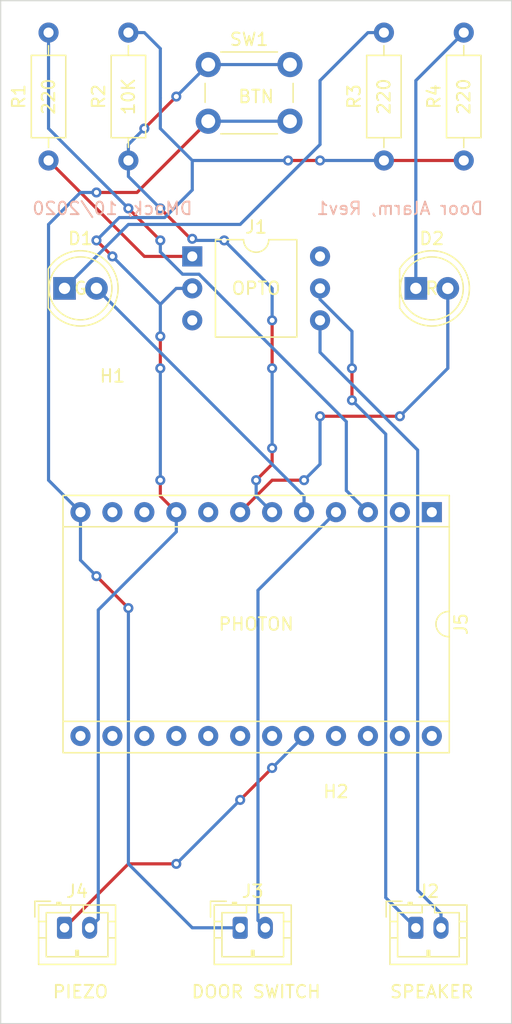
<source format=kicad_pcb>
(kicad_pcb (version 20171130) (host pcbnew "(5.1.6-0-10_14)")

  (general
    (thickness 1.6)
    (drawings 18)
    (tracks 139)
    (zones 0)
    (modules 14)
    (nets 32)
  )

  (page A4)
  (layers
    (0 F.Cu signal)
    (31 B.Cu signal)
    (32 B.Adhes user)
    (33 F.Adhes user)
    (34 B.Paste user)
    (35 F.Paste user)
    (36 B.SilkS user)
    (37 F.SilkS user)
    (38 B.Mask user)
    (39 F.Mask user)
    (40 Dwgs.User user)
    (41 Cmts.User user)
    (42 Eco1.User user)
    (43 Eco2.User user)
    (44 Edge.Cuts user)
    (45 Margin user)
    (46 B.CrtYd user)
    (47 F.CrtYd user)
    (48 B.Fab user)
    (49 F.Fab user)
  )

  (setup
    (last_trace_width 0.25)
    (trace_clearance 0.2)
    (zone_clearance 0.508)
    (zone_45_only no)
    (trace_min 0.2)
    (via_size 0.8)
    (via_drill 0.4)
    (via_min_size 0.4)
    (via_min_drill 0.3)
    (uvia_size 0.3)
    (uvia_drill 0.1)
    (uvias_allowed no)
    (uvia_min_size 0.2)
    (uvia_min_drill 0.1)
    (edge_width 0.05)
    (segment_width 0.2)
    (pcb_text_width 0.3)
    (pcb_text_size 1.5 1.5)
    (mod_edge_width 0.12)
    (mod_text_size 1 1)
    (mod_text_width 0.15)
    (pad_size 1.524 1.524)
    (pad_drill 0.762)
    (pad_to_mask_clearance 0.05)
    (aux_axis_origin 0 0)
    (visible_elements FFFFFF7F)
    (pcbplotparams
      (layerselection 0x010fc_ffffffff)
      (usegerberextensions false)
      (usegerberattributes true)
      (usegerberadvancedattributes true)
      (creategerberjobfile true)
      (excludeedgelayer true)
      (linewidth 0.100000)
      (plotframeref false)
      (viasonmask false)
      (mode 1)
      (useauxorigin false)
      (hpglpennumber 1)
      (hpglpenspeed 20)
      (hpglpendiameter 15.000000)
      (psnegative false)
      (psa4output false)
      (plotreference true)
      (plotvalue true)
      (plotinvisibletext false)
      (padsonsilk false)
      (subtractmaskfromsilk false)
      (outputformat 1)
      (mirror false)
      (drillshape 1)
      (scaleselection 1)
      (outputdirectory ""))
  )

  (net 0 "")
  (net 1 "Net-(D1-Pad2)")
  (net 2 "Net-(D1-Pad1)")
  (net 3 "Net-(D2-Pad2)")
  (net 4 "Net-(D2-Pad1)")
  (net 5 "Net-(J1-Pad6)")
  (net 6 "Net-(J1-Pad3)")
  (net 7 "Net-(J1-Pad5)")
  (net 8 +3V3)
  (net 9 "Net-(J1-Pad4)")
  (net 10 "Net-(J1-Pad1)")
  (net 11 "Net-(J3-Pad2)")
  (net 12 "Net-(J4-Pad1)")
  (net 13 "Net-(J5-Pad24)")
  (net 14 "Net-(J5-Pad23)")
  (net 15 "Net-(J5-Pad11)")
  (net 16 "Net-(J5-Pad22)")
  (net 17 "Net-(J5-Pad10)")
  (net 18 "Net-(J5-Pad21)")
  (net 19 "Net-(J5-Pad8)")
  (net 20 "Net-(J5-Pad19)")
  (net 21 "Net-(J5-Pad18)")
  (net 22 "Net-(J5-Pad17)")
  (net 23 "Net-(J5-Pad16)")
  (net 24 "Net-(J5-Pad15)")
  (net 25 "Net-(J5-Pad3)")
  (net 26 "Net-(J5-Pad14)")
  (net 27 "Net-(J5-Pad2)")
  (net 28 "Net-(J5-Pad13)")
  (net 29 "Net-(J5-Pad1)")
  (net 30 GNDREF)
  (net 31 "Net-(J5-Pad6)")

  (net_class Default "This is the default net class."
    (clearance 0.2)
    (trace_width 0.25)
    (via_dia 0.8)
    (via_drill 0.4)
    (uvia_dia 0.3)
    (uvia_drill 0.1)
    (add_net +3V3)
    (add_net GNDREF)
    (add_net "Net-(D1-Pad1)")
    (add_net "Net-(D1-Pad2)")
    (add_net "Net-(D2-Pad1)")
    (add_net "Net-(D2-Pad2)")
    (add_net "Net-(J1-Pad1)")
    (add_net "Net-(J1-Pad3)")
    (add_net "Net-(J1-Pad4)")
    (add_net "Net-(J1-Pad5)")
    (add_net "Net-(J1-Pad6)")
    (add_net "Net-(J3-Pad2)")
    (add_net "Net-(J4-Pad1)")
    (add_net "Net-(J5-Pad1)")
    (add_net "Net-(J5-Pad10)")
    (add_net "Net-(J5-Pad11)")
    (add_net "Net-(J5-Pad13)")
    (add_net "Net-(J5-Pad14)")
    (add_net "Net-(J5-Pad15)")
    (add_net "Net-(J5-Pad16)")
    (add_net "Net-(J5-Pad17)")
    (add_net "Net-(J5-Pad18)")
    (add_net "Net-(J5-Pad19)")
    (add_net "Net-(J5-Pad2)")
    (add_net "Net-(J5-Pad21)")
    (add_net "Net-(J5-Pad22)")
    (add_net "Net-(J5-Pad23)")
    (add_net "Net-(J5-Pad24)")
    (add_net "Net-(J5-Pad3)")
    (add_net "Net-(J5-Pad6)")
    (add_net "Net-(J5-Pad8)")
  )

  (module MountingHole:MountingHole_2mm (layer F.Cu) (tedit 5B924920) (tstamp 5F842182)
    (at 52.07 90.17)
    (descr "Mounting Hole 2mm, no annular")
    (tags "mounting hole 2mm no annular")
    (path /5F898500)
    (attr virtual)
    (fp_text reference H2 (at 0 -3.2) (layer F.SilkS)
      (effects (font (size 1 1) (thickness 0.15)))
    )
    (fp_text value MountingHole (at 0 3.1) (layer F.Fab)
      (effects (font (size 1 1) (thickness 0.15)))
    )
    (fp_text user %R (at 0.3 0) (layer F.Fab)
      (effects (font (size 1 1) (thickness 0.15)))
    )
    (fp_circle (center 0 0) (end 2 0) (layer Cmts.User) (width 0.15))
    (fp_circle (center 0 0) (end 2.25 0) (layer F.CrtYd) (width 0.05))
    (pad "" np_thru_hole circle (at 0 0) (size 2 2) (drill 2) (layers *.Cu *.Mask))
  )

  (module MountingHole:MountingHole_2mm (layer F.Cu) (tedit 5B924920) (tstamp 5F84217A)
    (at 34.29 57.15)
    (descr "Mounting Hole 2mm, no annular")
    (tags "mounting hole 2mm no annular")
    (path /5F897A40)
    (attr virtual)
    (fp_text reference H1 (at 0 -3.2) (layer F.SilkS)
      (effects (font (size 1 1) (thickness 0.15)))
    )
    (fp_text value MountingHole (at 0 3.1) (layer F.Fab)
      (effects (font (size 1 1) (thickness 0.15)))
    )
    (fp_text user %R (at 0.3 0) (layer F.Fab)
      (effects (font (size 1 1) (thickness 0.15)))
    )
    (fp_circle (center 0 0) (end 2 0) (layer Cmts.User) (width 0.15))
    (fp_circle (center 0 0) (end 2.25 0) (layer F.CrtYd) (width 0.05))
    (pad "" np_thru_hole circle (at 0 0) (size 2 2) (drill 2) (layers *.Cu *.Mask))
  )

  (module Button_Switch_THT:SW_PUSH_6mm (layer F.Cu) (tedit 5A02FE31) (tstamp 5F83F998)
    (at 41.91 29.21)
    (descr https://www.omron.com/ecb/products/pdf/en-b3f.pdf)
    (tags "tact sw push 6mm")
    (path /5F5DFA5D)
    (fp_text reference SW1 (at 3.25 -2) (layer F.SilkS)
      (effects (font (size 1 1) (thickness 0.15)))
    )
    (fp_text value "Push Button" (at 3.75 6.7) (layer F.Fab)
      (effects (font (size 1 1) (thickness 0.15)))
    )
    (fp_circle (center 3.25 2.25) (end 1.25 2.5) (layer F.Fab) (width 0.1))
    (fp_line (start 6.75 3) (end 6.75 1.5) (layer F.SilkS) (width 0.12))
    (fp_line (start 5.5 -1) (end 1 -1) (layer F.SilkS) (width 0.12))
    (fp_line (start -0.25 1.5) (end -0.25 3) (layer F.SilkS) (width 0.12))
    (fp_line (start 1 5.5) (end 5.5 5.5) (layer F.SilkS) (width 0.12))
    (fp_line (start 8 -1.25) (end 8 5.75) (layer F.CrtYd) (width 0.05))
    (fp_line (start 7.75 6) (end -1.25 6) (layer F.CrtYd) (width 0.05))
    (fp_line (start -1.5 5.75) (end -1.5 -1.25) (layer F.CrtYd) (width 0.05))
    (fp_line (start -1.25 -1.5) (end 7.75 -1.5) (layer F.CrtYd) (width 0.05))
    (fp_line (start -1.5 6) (end -1.25 6) (layer F.CrtYd) (width 0.05))
    (fp_line (start -1.5 5.75) (end -1.5 6) (layer F.CrtYd) (width 0.05))
    (fp_line (start -1.5 -1.5) (end -1.25 -1.5) (layer F.CrtYd) (width 0.05))
    (fp_line (start -1.5 -1.25) (end -1.5 -1.5) (layer F.CrtYd) (width 0.05))
    (fp_line (start 8 -1.5) (end 8 -1.25) (layer F.CrtYd) (width 0.05))
    (fp_line (start 7.75 -1.5) (end 8 -1.5) (layer F.CrtYd) (width 0.05))
    (fp_line (start 8 6) (end 8 5.75) (layer F.CrtYd) (width 0.05))
    (fp_line (start 7.75 6) (end 8 6) (layer F.CrtYd) (width 0.05))
    (fp_line (start 0.25 -0.75) (end 3.25 -0.75) (layer F.Fab) (width 0.1))
    (fp_line (start 0.25 5.25) (end 0.25 -0.75) (layer F.Fab) (width 0.1))
    (fp_line (start 6.25 5.25) (end 0.25 5.25) (layer F.Fab) (width 0.1))
    (fp_line (start 6.25 -0.75) (end 6.25 5.25) (layer F.Fab) (width 0.1))
    (fp_line (start 3.25 -0.75) (end 6.25 -0.75) (layer F.Fab) (width 0.1))
    (fp_text user %R (at 3.25 2.25) (layer F.Fab)
      (effects (font (size 1 1) (thickness 0.15)))
    )
    (pad 1 thru_hole circle (at 6.5 0 90) (size 2 2) (drill 1.1) (layers *.Cu *.Mask)
      (net 31 "Net-(J5-Pad6)"))
    (pad 2 thru_hole circle (at 6.5 4.5 90) (size 2 2) (drill 1.1) (layers *.Cu *.Mask)
      (net 8 +3V3))
    (pad 1 thru_hole circle (at 0 0 90) (size 2 2) (drill 1.1) (layers *.Cu *.Mask)
      (net 31 "Net-(J5-Pad6)"))
    (pad 2 thru_hole circle (at 0 4.5 90) (size 2 2) (drill 1.1) (layers *.Cu *.Mask)
      (net 8 +3V3))
    (model ${KISYS3DMOD}/Button_Switch_THT.3dshapes/SW_PUSH_6mm.wrl
      (at (xyz 0 0 0))
      (scale (xyz 1 1 1))
      (rotate (xyz 0 0 0))
    )
  )

  (module Resistor_THT:R_Axial_DIN0207_L6.3mm_D2.5mm_P10.16mm_Horizontal (layer F.Cu) (tedit 5AE5139B) (tstamp 5F83F979)
    (at 62.23 36.83 90)
    (descr "Resistor, Axial_DIN0207 series, Axial, Horizontal, pin pitch=10.16mm, 0.25W = 1/4W, length*diameter=6.3*2.5mm^2, http://cdn-reichelt.de/documents/datenblatt/B400/1_4W%23YAG.pdf")
    (tags "Resistor Axial_DIN0207 series Axial Horizontal pin pitch 10.16mm 0.25W = 1/4W length 6.3mm diameter 2.5mm")
    (path /5F5E01C3)
    (fp_text reference R4 (at 5.08 -2.37 90) (layer F.SilkS)
      (effects (font (size 1 1) (thickness 0.15)))
    )
    (fp_text value 220 (at 5.08 2.37 90) (layer F.Fab)
      (effects (font (size 1 1) (thickness 0.15)))
    )
    (fp_line (start 11.21 -1.5) (end -1.05 -1.5) (layer F.CrtYd) (width 0.05))
    (fp_line (start 11.21 1.5) (end 11.21 -1.5) (layer F.CrtYd) (width 0.05))
    (fp_line (start -1.05 1.5) (end 11.21 1.5) (layer F.CrtYd) (width 0.05))
    (fp_line (start -1.05 -1.5) (end -1.05 1.5) (layer F.CrtYd) (width 0.05))
    (fp_line (start 9.12 0) (end 8.35 0) (layer F.SilkS) (width 0.12))
    (fp_line (start 1.04 0) (end 1.81 0) (layer F.SilkS) (width 0.12))
    (fp_line (start 8.35 -1.37) (end 1.81 -1.37) (layer F.SilkS) (width 0.12))
    (fp_line (start 8.35 1.37) (end 8.35 -1.37) (layer F.SilkS) (width 0.12))
    (fp_line (start 1.81 1.37) (end 8.35 1.37) (layer F.SilkS) (width 0.12))
    (fp_line (start 1.81 -1.37) (end 1.81 1.37) (layer F.SilkS) (width 0.12))
    (fp_line (start 10.16 0) (end 8.23 0) (layer F.Fab) (width 0.1))
    (fp_line (start 0 0) (end 1.93 0) (layer F.Fab) (width 0.1))
    (fp_line (start 8.23 -1.25) (end 1.93 -1.25) (layer F.Fab) (width 0.1))
    (fp_line (start 8.23 1.25) (end 8.23 -1.25) (layer F.Fab) (width 0.1))
    (fp_line (start 1.93 1.25) (end 8.23 1.25) (layer F.Fab) (width 0.1))
    (fp_line (start 1.93 -1.25) (end 1.93 1.25) (layer F.Fab) (width 0.1))
    (fp_text user %R (at 5.08 0 90) (layer F.Fab)
      (effects (font (size 1 1) (thickness 0.15)))
    )
    (pad 2 thru_hole oval (at 10.16 0 90) (size 1.6 1.6) (drill 0.8) (layers *.Cu *.Mask)
      (net 4 "Net-(D2-Pad1)"))
    (pad 1 thru_hole circle (at 0 0 90) (size 1.6 1.6) (drill 0.8) (layers *.Cu *.Mask)
      (net 30 GNDREF))
    (model ${KISYS3DMOD}/Resistor_THT.3dshapes/R_Axial_DIN0207_L6.3mm_D2.5mm_P10.16mm_Horizontal.wrl
      (at (xyz 0 0 0))
      (scale (xyz 1 1 1))
      (rotate (xyz 0 0 0))
    )
  )

  (module Resistor_THT:R_Axial_DIN0207_L6.3mm_D2.5mm_P10.16mm_Horizontal (layer F.Cu) (tedit 5AE5139B) (tstamp 5F83F962)
    (at 55.88 36.83 90)
    (descr "Resistor, Axial_DIN0207 series, Axial, Horizontal, pin pitch=10.16mm, 0.25W = 1/4W, length*diameter=6.3*2.5mm^2, http://cdn-reichelt.de/documents/datenblatt/B400/1_4W%23YAG.pdf")
    (tags "Resistor Axial_DIN0207 series Axial Horizontal pin pitch 10.16mm 0.25W = 1/4W length 6.3mm diameter 2.5mm")
    (path /5F5E07FE)
    (fp_text reference R3 (at 5.08 -2.37 90) (layer F.SilkS)
      (effects (font (size 1 1) (thickness 0.15)))
    )
    (fp_text value 220 (at 5.08 2.37 90) (layer F.Fab)
      (effects (font (size 1 1) (thickness 0.15)))
    )
    (fp_line (start 11.21 -1.5) (end -1.05 -1.5) (layer F.CrtYd) (width 0.05))
    (fp_line (start 11.21 1.5) (end 11.21 -1.5) (layer F.CrtYd) (width 0.05))
    (fp_line (start -1.05 1.5) (end 11.21 1.5) (layer F.CrtYd) (width 0.05))
    (fp_line (start -1.05 -1.5) (end -1.05 1.5) (layer F.CrtYd) (width 0.05))
    (fp_line (start 9.12 0) (end 8.35 0) (layer F.SilkS) (width 0.12))
    (fp_line (start 1.04 0) (end 1.81 0) (layer F.SilkS) (width 0.12))
    (fp_line (start 8.35 -1.37) (end 1.81 -1.37) (layer F.SilkS) (width 0.12))
    (fp_line (start 8.35 1.37) (end 8.35 -1.37) (layer F.SilkS) (width 0.12))
    (fp_line (start 1.81 1.37) (end 8.35 1.37) (layer F.SilkS) (width 0.12))
    (fp_line (start 1.81 -1.37) (end 1.81 1.37) (layer F.SilkS) (width 0.12))
    (fp_line (start 10.16 0) (end 8.23 0) (layer F.Fab) (width 0.1))
    (fp_line (start 0 0) (end 1.93 0) (layer F.Fab) (width 0.1))
    (fp_line (start 8.23 -1.25) (end 1.93 -1.25) (layer F.Fab) (width 0.1))
    (fp_line (start 8.23 1.25) (end 8.23 -1.25) (layer F.Fab) (width 0.1))
    (fp_line (start 1.93 1.25) (end 8.23 1.25) (layer F.Fab) (width 0.1))
    (fp_line (start 1.93 -1.25) (end 1.93 1.25) (layer F.Fab) (width 0.1))
    (fp_text user %R (at 5.08 0 90) (layer F.Fab)
      (effects (font (size 1 1) (thickness 0.15)))
    )
    (pad 2 thru_hole oval (at 10.16 0 90) (size 1.6 1.6) (drill 0.8) (layers *.Cu *.Mask)
      (net 2 "Net-(D1-Pad1)"))
    (pad 1 thru_hole circle (at 0 0 90) (size 1.6 1.6) (drill 0.8) (layers *.Cu *.Mask)
      (net 30 GNDREF))
    (model ${KISYS3DMOD}/Resistor_THT.3dshapes/R_Axial_DIN0207_L6.3mm_D2.5mm_P10.16mm_Horizontal.wrl
      (at (xyz 0 0 0))
      (scale (xyz 1 1 1))
      (rotate (xyz 0 0 0))
    )
  )

  (module Resistor_THT:R_Axial_DIN0207_L6.3mm_D2.5mm_P10.16mm_Horizontal (layer F.Cu) (tedit 5AE5139B) (tstamp 5F83F94B)
    (at 35.56 36.83 90)
    (descr "Resistor, Axial_DIN0207 series, Axial, Horizontal, pin pitch=10.16mm, 0.25W = 1/4W, length*diameter=6.3*2.5mm^2, http://cdn-reichelt.de/documents/datenblatt/B400/1_4W%23YAG.pdf")
    (tags "Resistor Axial_DIN0207 series Axial Horizontal pin pitch 10.16mm 0.25W = 1/4W length 6.3mm diameter 2.5mm")
    (path /5F5E0DCB)
    (fp_text reference R2 (at 5.08 -2.37 90) (layer F.SilkS)
      (effects (font (size 1 1) (thickness 0.15)))
    )
    (fp_text value 10K (at 5.08 2.37 90) (layer F.Fab)
      (effects (font (size 1 1) (thickness 0.15)))
    )
    (fp_line (start 11.21 -1.5) (end -1.05 -1.5) (layer F.CrtYd) (width 0.05))
    (fp_line (start 11.21 1.5) (end 11.21 -1.5) (layer F.CrtYd) (width 0.05))
    (fp_line (start -1.05 1.5) (end 11.21 1.5) (layer F.CrtYd) (width 0.05))
    (fp_line (start -1.05 -1.5) (end -1.05 1.5) (layer F.CrtYd) (width 0.05))
    (fp_line (start 9.12 0) (end 8.35 0) (layer F.SilkS) (width 0.12))
    (fp_line (start 1.04 0) (end 1.81 0) (layer F.SilkS) (width 0.12))
    (fp_line (start 8.35 -1.37) (end 1.81 -1.37) (layer F.SilkS) (width 0.12))
    (fp_line (start 8.35 1.37) (end 8.35 -1.37) (layer F.SilkS) (width 0.12))
    (fp_line (start 1.81 1.37) (end 8.35 1.37) (layer F.SilkS) (width 0.12))
    (fp_line (start 1.81 -1.37) (end 1.81 1.37) (layer F.SilkS) (width 0.12))
    (fp_line (start 10.16 0) (end 8.23 0) (layer F.Fab) (width 0.1))
    (fp_line (start 0 0) (end 1.93 0) (layer F.Fab) (width 0.1))
    (fp_line (start 8.23 -1.25) (end 1.93 -1.25) (layer F.Fab) (width 0.1))
    (fp_line (start 8.23 1.25) (end 8.23 -1.25) (layer F.Fab) (width 0.1))
    (fp_line (start 1.93 1.25) (end 8.23 1.25) (layer F.Fab) (width 0.1))
    (fp_line (start 1.93 -1.25) (end 1.93 1.25) (layer F.Fab) (width 0.1))
    (fp_text user %R (at 5.08 0 90) (layer F.Fab)
      (effects (font (size 1 1) (thickness 0.15)))
    )
    (pad 2 thru_hole oval (at 10.16 0 90) (size 1.6 1.6) (drill 0.8) (layers *.Cu *.Mask)
      (net 30 GNDREF))
    (pad 1 thru_hole circle (at 0 0 90) (size 1.6 1.6) (drill 0.8) (layers *.Cu *.Mask)
      (net 31 "Net-(J5-Pad6)"))
    (model ${KISYS3DMOD}/Resistor_THT.3dshapes/R_Axial_DIN0207_L6.3mm_D2.5mm_P10.16mm_Horizontal.wrl
      (at (xyz 0 0 0))
      (scale (xyz 1 1 1))
      (rotate (xyz 0 0 0))
    )
  )

  (module Resistor_THT:R_Axial_DIN0207_L6.3mm_D2.5mm_P10.16mm_Horizontal (layer F.Cu) (tedit 5AE5139B) (tstamp 5F83F934)
    (at 29.21 36.83 90)
    (descr "Resistor, Axial_DIN0207 series, Axial, Horizontal, pin pitch=10.16mm, 0.25W = 1/4W, length*diameter=6.3*2.5mm^2, http://cdn-reichelt.de/documents/datenblatt/B400/1_4W%23YAG.pdf")
    (tags "Resistor Axial_DIN0207 series Axial Horizontal pin pitch 10.16mm 0.25W = 1/4W length 6.3mm diameter 2.5mm")
    (path /5F5E0231)
    (fp_text reference R1 (at 5.08 -2.37 90) (layer F.SilkS)
      (effects (font (size 1 1) (thickness 0.15)))
    )
    (fp_text value 220 (at 5.08 2.37 90) (layer F.Fab)
      (effects (font (size 1 1) (thickness 0.15)))
    )
    (fp_line (start 11.21 -1.5) (end -1.05 -1.5) (layer F.CrtYd) (width 0.05))
    (fp_line (start 11.21 1.5) (end 11.21 -1.5) (layer F.CrtYd) (width 0.05))
    (fp_line (start -1.05 1.5) (end 11.21 1.5) (layer F.CrtYd) (width 0.05))
    (fp_line (start -1.05 -1.5) (end -1.05 1.5) (layer F.CrtYd) (width 0.05))
    (fp_line (start 9.12 0) (end 8.35 0) (layer F.SilkS) (width 0.12))
    (fp_line (start 1.04 0) (end 1.81 0) (layer F.SilkS) (width 0.12))
    (fp_line (start 8.35 -1.37) (end 1.81 -1.37) (layer F.SilkS) (width 0.12))
    (fp_line (start 8.35 1.37) (end 8.35 -1.37) (layer F.SilkS) (width 0.12))
    (fp_line (start 1.81 1.37) (end 8.35 1.37) (layer F.SilkS) (width 0.12))
    (fp_line (start 1.81 -1.37) (end 1.81 1.37) (layer F.SilkS) (width 0.12))
    (fp_line (start 10.16 0) (end 8.23 0) (layer F.Fab) (width 0.1))
    (fp_line (start 0 0) (end 1.93 0) (layer F.Fab) (width 0.1))
    (fp_line (start 8.23 -1.25) (end 1.93 -1.25) (layer F.Fab) (width 0.1))
    (fp_line (start 8.23 1.25) (end 8.23 -1.25) (layer F.Fab) (width 0.1))
    (fp_line (start 1.93 1.25) (end 8.23 1.25) (layer F.Fab) (width 0.1))
    (fp_line (start 1.93 -1.25) (end 1.93 1.25) (layer F.Fab) (width 0.1))
    (fp_text user %R (at 5.08 0 90) (layer F.Fab)
      (effects (font (size 1 1) (thickness 0.15)))
    )
    (pad 2 thru_hole oval (at 10.16 0 90) (size 1.6 1.6) (drill 0.8) (layers *.Cu *.Mask)
      (net 25 "Net-(J5-Pad3)"))
    (pad 1 thru_hole circle (at 0 0 90) (size 1.6 1.6) (drill 0.8) (layers *.Cu *.Mask)
      (net 10 "Net-(J1-Pad1)"))
    (model ${KISYS3DMOD}/Resistor_THT.3dshapes/R_Axial_DIN0207_L6.3mm_D2.5mm_P10.16mm_Horizontal.wrl
      (at (xyz 0 0 0))
      (scale (xyz 1 1 1))
      (rotate (xyz 0 0 0))
    )
  )

  (module DMack_Custom_Footprints_Library:DIP-24_W17.78mm_Socket_New (layer F.Cu) (tedit 5F5DD48F) (tstamp 5F83F91D)
    (at 59.69 64.77 270)
    (descr "24-lead though-hole mounted DIP package, row spacing 17.78 mm, Socket")
    (tags "THT DIP DIL PDIP 2.54mm 17.78mmSocket")
    (path /5F68321B)
    (fp_text reference J5 (at 8.89 -2.33 90) (layer F.SilkS)
      (effects (font (size 1 1) (thickness 0.15)))
    )
    (fp_text value "Photon Socket" (at -2.54 13.97 180) (layer F.Fab)
      (effects (font (size 1 1) (thickness 0.15)))
    )
    (fp_line (start 17.525 -1.27) (end 17.525 29.21) (layer F.Fab) (width 0.1))
    (fp_line (start 0.255 29.21) (end 0.255 -0.27) (layer F.Fab) (width 0.1))
    (fp_line (start 0.255 -0.27) (end 1.255 -1.27) (layer F.Fab) (width 0.1))
    (fp_line (start -1.27 -1.33) (end -1.27 29.27) (layer F.Fab) (width 0.1))
    (fp_line (start -1.27 29.27) (end 19.05 29.27) (layer F.Fab) (width 0.1))
    (fp_line (start 19.05 29.27) (end 19.05 -1.33) (layer F.Fab) (width 0.1))
    (fp_line (start 19.05 -1.33) (end -1.27 -1.33) (layer F.Fab) (width 0.1))
    (fp_line (start 1.16 -1.33) (end 1.16 29.27) (layer F.SilkS) (width 0.12))
    (fp_line (start 16.62 29.27) (end 16.62 -1.33) (layer F.SilkS) (width 0.12))
    (fp_line (start -1.33 -1.39) (end -1.33 29.33) (layer F.SilkS) (width 0.12))
    (fp_line (start -1.33 29.33) (end 19.05 29.33) (layer F.SilkS) (width 0.12))
    (fp_line (start 19.11 29.33) (end 19.11 -1.39) (layer F.SilkS) (width 0.12))
    (fp_line (start 19.11 -1.39) (end -1.33 -1.39) (layer F.SilkS) (width 0.12))
    (fp_line (start -1.55 -1.6) (end -1.55 29.55) (layer F.CrtYd) (width 0.05))
    (fp_line (start -1.55 29.55) (end 19.25 29.55) (layer F.CrtYd) (width 0.05))
    (fp_line (start 19.25 29.55) (end 19.25 -1.6) (layer F.CrtYd) (width 0.05))
    (fp_line (start 19.25 -1.6) (end -1.55 -1.6) (layer F.CrtYd) (width 0.05))
    (fp_text user %R (at 10.16 13.97 90) (layer F.Fab)
      (effects (font (size 1 1) (thickness 0.15)))
    )
    (fp_arc (start 8.89 -1.33) (end 7.89 -1.33) (angle -180) (layer F.SilkS) (width 0.12))
    (pad 24 thru_hole oval (at 17.78 0 270) (size 1.6 1.6) (drill 0.8) (layers *.Cu *.Mask)
      (net 13 "Net-(J5-Pad24)"))
    (pad 12 thru_hole oval (at 0 27.94 270) (size 1.6 1.6) (drill 0.8) (layers *.Cu *.Mask)
      (net 8 +3V3))
    (pad 23 thru_hole oval (at 17.78 2.54 270) (size 1.6 1.6) (drill 0.8) (layers *.Cu *.Mask)
      (net 14 "Net-(J5-Pad23)"))
    (pad 11 thru_hole oval (at 0 25.4 270) (size 1.6 1.6) (drill 0.8) (layers *.Cu *.Mask)
      (net 15 "Net-(J5-Pad11)"))
    (pad 22 thru_hole oval (at 17.78 5.08 270) (size 1.6 1.6) (drill 0.8) (layers *.Cu *.Mask)
      (net 16 "Net-(J5-Pad22)"))
    (pad 10 thru_hole oval (at 0 22.86 270) (size 1.6 1.6) (drill 0.8) (layers *.Cu *.Mask)
      (net 17 "Net-(J5-Pad10)"))
    (pad 21 thru_hole oval (at 17.78 7.62 270) (size 1.6 1.6) (drill 0.8) (layers *.Cu *.Mask)
      (net 18 "Net-(J5-Pad21)"))
    (pad 9 thru_hole oval (at 0 20.32 270) (size 1.6 1.6) (drill 0.8) (layers *.Cu *.Mask)
      (net 30 GNDREF))
    (pad 20 thru_hole oval (at 17.78 10.16 270) (size 1.6 1.6) (drill 0.8) (layers *.Cu *.Mask)
      (net 12 "Net-(J4-Pad1)"))
    (pad 8 thru_hole oval (at 0 17.78 270) (size 1.6 1.6) (drill 0.8) (layers *.Cu *.Mask)
      (net 19 "Net-(J5-Pad8)"))
    (pad 19 thru_hole oval (at 17.78 12.7 270) (size 1.6 1.6) (drill 0.8) (layers *.Cu *.Mask)
      (net 20 "Net-(J5-Pad19)"))
    (pad 7 thru_hole oval (at 0 15.24 270) (size 1.6 1.6) (drill 0.8) (layers *.Cu *.Mask)
      (net 3 "Net-(D2-Pad2)"))
    (pad 18 thru_hole oval (at 17.78 15.24 270) (size 1.6 1.6) (drill 0.8) (layers *.Cu *.Mask)
      (net 21 "Net-(J5-Pad18)"))
    (pad 6 thru_hole oval (at 0 12.7 270) (size 1.6 1.6) (drill 0.8) (layers *.Cu *.Mask)
      (net 31 "Net-(J5-Pad6)"))
    (pad 17 thru_hole oval (at 17.78 17.78 270) (size 1.6 1.6) (drill 0.8) (layers *.Cu *.Mask)
      (net 22 "Net-(J5-Pad17)"))
    (pad 5 thru_hole oval (at 0 10.16 270) (size 1.6 1.6) (drill 0.8) (layers *.Cu *.Mask)
      (net 1 "Net-(D1-Pad2)"))
    (pad 16 thru_hole oval (at 17.78 20.32 270) (size 1.6 1.6) (drill 0.8) (layers *.Cu *.Mask)
      (net 23 "Net-(J5-Pad16)"))
    (pad 4 thru_hole oval (at 0 7.62 270) (size 1.6 1.6) (drill 0.8) (layers *.Cu *.Mask)
      (net 11 "Net-(J3-Pad2)"))
    (pad 15 thru_hole oval (at 17.78 22.86 270) (size 1.6 1.6) (drill 0.8) (layers *.Cu *.Mask)
      (net 24 "Net-(J5-Pad15)"))
    (pad 3 thru_hole oval (at 0 5.08 270) (size 1.6 1.6) (drill 0.8) (layers *.Cu *.Mask)
      (net 25 "Net-(J5-Pad3)"))
    (pad 14 thru_hole oval (at 17.78 25.4 270) (size 1.6 1.6) (drill 0.8) (layers *.Cu *.Mask)
      (net 26 "Net-(J5-Pad14)"))
    (pad 2 thru_hole oval (at 0 2.54 270) (size 1.6 1.6) (drill 0.8) (layers *.Cu *.Mask)
      (net 27 "Net-(J5-Pad2)"))
    (pad 13 thru_hole oval (at 17.78 27.94 270) (size 1.6 1.6) (drill 0.8) (layers *.Cu *.Mask)
      (net 28 "Net-(J5-Pad13)"))
    (pad 1 thru_hole rect (at 0 0 270) (size 1.6 1.6) (drill 0.8) (layers *.Cu *.Mask)
      (net 29 "Net-(J5-Pad1)"))
    (model ${KISYS3DMOD}/Package_DIP.3dshapes/DIP-24_W15.24mm_Socket.wrl
      (at (xyz 0 0 0))
      (scale (xyz 1 1 1))
      (rotate (xyz 0 0 0))
    )
  )

  (module Connector_JST:JST_PH_B2B-PH-K_1x02_P2.00mm_Vertical locked (layer F.Cu) (tedit 5B7745C2) (tstamp 5F83F8EE)
    (at 30.48 97.79)
    (descr "JST PH series connector, B2B-PH-K (http://www.jst-mfg.com/product/pdf/eng/ePH.pdf), generated with kicad-footprint-generator")
    (tags "connector JST PH side entry")
    (path /5F5ECC28)
    (fp_text reference J4 (at 1 -2.9) (layer F.SilkS)
      (effects (font (size 1 1) (thickness 0.15)))
    )
    (fp_text value "Piezo JST" (at 1 4) (layer F.Fab)
      (effects (font (size 1 1) (thickness 0.15)))
    )
    (fp_line (start 4.45 -2.2) (end -2.45 -2.2) (layer F.CrtYd) (width 0.05))
    (fp_line (start 4.45 3.3) (end 4.45 -2.2) (layer F.CrtYd) (width 0.05))
    (fp_line (start -2.45 3.3) (end 4.45 3.3) (layer F.CrtYd) (width 0.05))
    (fp_line (start -2.45 -2.2) (end -2.45 3.3) (layer F.CrtYd) (width 0.05))
    (fp_line (start 3.95 -1.7) (end -1.95 -1.7) (layer F.Fab) (width 0.1))
    (fp_line (start 3.95 2.8) (end 3.95 -1.7) (layer F.Fab) (width 0.1))
    (fp_line (start -1.95 2.8) (end 3.95 2.8) (layer F.Fab) (width 0.1))
    (fp_line (start -1.95 -1.7) (end -1.95 2.8) (layer F.Fab) (width 0.1))
    (fp_line (start -2.36 -2.11) (end -2.36 -0.86) (layer F.Fab) (width 0.1))
    (fp_line (start -1.11 -2.11) (end -2.36 -2.11) (layer F.Fab) (width 0.1))
    (fp_line (start -2.36 -2.11) (end -2.36 -0.86) (layer F.SilkS) (width 0.12))
    (fp_line (start -1.11 -2.11) (end -2.36 -2.11) (layer F.SilkS) (width 0.12))
    (fp_line (start 1 2.3) (end 1 1.8) (layer F.SilkS) (width 0.12))
    (fp_line (start 1.1 1.8) (end 1.1 2.3) (layer F.SilkS) (width 0.12))
    (fp_line (start 0.9 1.8) (end 1.1 1.8) (layer F.SilkS) (width 0.12))
    (fp_line (start 0.9 2.3) (end 0.9 1.8) (layer F.SilkS) (width 0.12))
    (fp_line (start 4.06 0.8) (end 3.45 0.8) (layer F.SilkS) (width 0.12))
    (fp_line (start 4.06 -0.5) (end 3.45 -0.5) (layer F.SilkS) (width 0.12))
    (fp_line (start -2.06 0.8) (end -1.45 0.8) (layer F.SilkS) (width 0.12))
    (fp_line (start -2.06 -0.5) (end -1.45 -0.5) (layer F.SilkS) (width 0.12))
    (fp_line (start 1.5 -1.2) (end 1.5 -1.81) (layer F.SilkS) (width 0.12))
    (fp_line (start 3.45 -1.2) (end 1.5 -1.2) (layer F.SilkS) (width 0.12))
    (fp_line (start 3.45 2.3) (end 3.45 -1.2) (layer F.SilkS) (width 0.12))
    (fp_line (start -1.45 2.3) (end 3.45 2.3) (layer F.SilkS) (width 0.12))
    (fp_line (start -1.45 -1.2) (end -1.45 2.3) (layer F.SilkS) (width 0.12))
    (fp_line (start 0.5 -1.2) (end -1.45 -1.2) (layer F.SilkS) (width 0.12))
    (fp_line (start 0.5 -1.81) (end 0.5 -1.2) (layer F.SilkS) (width 0.12))
    (fp_line (start -0.3 -1.91) (end -0.6 -1.91) (layer F.SilkS) (width 0.12))
    (fp_line (start -0.6 -2.01) (end -0.6 -1.81) (layer F.SilkS) (width 0.12))
    (fp_line (start -0.3 -2.01) (end -0.6 -2.01) (layer F.SilkS) (width 0.12))
    (fp_line (start -0.3 -1.81) (end -0.3 -2.01) (layer F.SilkS) (width 0.12))
    (fp_line (start 4.06 -1.81) (end -2.06 -1.81) (layer F.SilkS) (width 0.12))
    (fp_line (start 4.06 2.91) (end 4.06 -1.81) (layer F.SilkS) (width 0.12))
    (fp_line (start -2.06 2.91) (end 4.06 2.91) (layer F.SilkS) (width 0.12))
    (fp_line (start -2.06 -1.81) (end -2.06 2.91) (layer F.SilkS) (width 0.12))
    (fp_text user %R (at 1 1.5) (layer F.Fab)
      (effects (font (size 1 1) (thickness 0.15)))
    )
    (pad 2 thru_hole oval (at 2 0) (size 1.2 1.75) (drill 0.75) (layers *.Cu *.Mask)
      (net 30 GNDREF))
    (pad 1 thru_hole roundrect (at 0 0) (size 1.2 1.75) (drill 0.75) (layers *.Cu *.Mask) (roundrect_rratio 0.208333)
      (net 12 "Net-(J4-Pad1)"))
    (model ${KISYS3DMOD}/Connector_JST.3dshapes/JST_PH_B2B-PH-K_1x02_P2.00mm_Vertical.wrl
      (at (xyz 0 0 0))
      (scale (xyz 1 1 1))
      (rotate (xyz 0 0 0))
    )
  )

  (module Connector_JST:JST_PH_B2B-PH-K_1x02_P2.00mm_Vertical (layer F.Cu) (tedit 5B7745C2) (tstamp 5F83F8C4)
    (at 44.45 97.79)
    (descr "JST PH series connector, B2B-PH-K (http://www.jst-mfg.com/product/pdf/eng/ePH.pdf), generated with kicad-footprint-generator")
    (tags "connector JST PH side entry")
    (path /5F5ED6A1)
    (fp_text reference J3 (at 1 -2.9) (layer F.SilkS)
      (effects (font (size 1 1) (thickness 0.15)))
    )
    (fp_text value "Door Switch JST" (at 1 4) (layer F.Fab)
      (effects (font (size 1 1) (thickness 0.15)))
    )
    (fp_line (start 4.45 -2.2) (end -2.45 -2.2) (layer F.CrtYd) (width 0.05))
    (fp_line (start 4.45 3.3) (end 4.45 -2.2) (layer F.CrtYd) (width 0.05))
    (fp_line (start -2.45 3.3) (end 4.45 3.3) (layer F.CrtYd) (width 0.05))
    (fp_line (start -2.45 -2.2) (end -2.45 3.3) (layer F.CrtYd) (width 0.05))
    (fp_line (start 3.95 -1.7) (end -1.95 -1.7) (layer F.Fab) (width 0.1))
    (fp_line (start 3.95 2.8) (end 3.95 -1.7) (layer F.Fab) (width 0.1))
    (fp_line (start -1.95 2.8) (end 3.95 2.8) (layer F.Fab) (width 0.1))
    (fp_line (start -1.95 -1.7) (end -1.95 2.8) (layer F.Fab) (width 0.1))
    (fp_line (start -2.36 -2.11) (end -2.36 -0.86) (layer F.Fab) (width 0.1))
    (fp_line (start -1.11 -2.11) (end -2.36 -2.11) (layer F.Fab) (width 0.1))
    (fp_line (start -2.36 -2.11) (end -2.36 -0.86) (layer F.SilkS) (width 0.12))
    (fp_line (start -1.11 -2.11) (end -2.36 -2.11) (layer F.SilkS) (width 0.12))
    (fp_line (start 1 2.3) (end 1 1.8) (layer F.SilkS) (width 0.12))
    (fp_line (start 1.1 1.8) (end 1.1 2.3) (layer F.SilkS) (width 0.12))
    (fp_line (start 0.9 1.8) (end 1.1 1.8) (layer F.SilkS) (width 0.12))
    (fp_line (start 0.9 2.3) (end 0.9 1.8) (layer F.SilkS) (width 0.12))
    (fp_line (start 4.06 0.8) (end 3.45 0.8) (layer F.SilkS) (width 0.12))
    (fp_line (start 4.06 -0.5) (end 3.45 -0.5) (layer F.SilkS) (width 0.12))
    (fp_line (start -2.06 0.8) (end -1.45 0.8) (layer F.SilkS) (width 0.12))
    (fp_line (start -2.06 -0.5) (end -1.45 -0.5) (layer F.SilkS) (width 0.12))
    (fp_line (start 1.5 -1.2) (end 1.5 -1.81) (layer F.SilkS) (width 0.12))
    (fp_line (start 3.45 -1.2) (end 1.5 -1.2) (layer F.SilkS) (width 0.12))
    (fp_line (start 3.45 2.3) (end 3.45 -1.2) (layer F.SilkS) (width 0.12))
    (fp_line (start -1.45 2.3) (end 3.45 2.3) (layer F.SilkS) (width 0.12))
    (fp_line (start -1.45 -1.2) (end -1.45 2.3) (layer F.SilkS) (width 0.12))
    (fp_line (start 0.5 -1.2) (end -1.45 -1.2) (layer F.SilkS) (width 0.12))
    (fp_line (start 0.5 -1.81) (end 0.5 -1.2) (layer F.SilkS) (width 0.12))
    (fp_line (start -0.3 -1.91) (end -0.6 -1.91) (layer F.SilkS) (width 0.12))
    (fp_line (start -0.6 -2.01) (end -0.6 -1.81) (layer F.SilkS) (width 0.12))
    (fp_line (start -0.3 -2.01) (end -0.6 -2.01) (layer F.SilkS) (width 0.12))
    (fp_line (start -0.3 -1.81) (end -0.3 -2.01) (layer F.SilkS) (width 0.12))
    (fp_line (start 4.06 -1.81) (end -2.06 -1.81) (layer F.SilkS) (width 0.12))
    (fp_line (start 4.06 2.91) (end 4.06 -1.81) (layer F.SilkS) (width 0.12))
    (fp_line (start -2.06 2.91) (end 4.06 2.91) (layer F.SilkS) (width 0.12))
    (fp_line (start -2.06 -1.81) (end -2.06 2.91) (layer F.SilkS) (width 0.12))
    (fp_text user %R (at 1 1.5) (layer F.Fab)
      (effects (font (size 1 1) (thickness 0.15)))
    )
    (pad 2 thru_hole oval (at 2 0) (size 1.2 1.75) (drill 0.75) (layers *.Cu *.Mask)
      (net 11 "Net-(J3-Pad2)"))
    (pad 1 thru_hole roundrect (at 0 0) (size 1.2 1.75) (drill 0.75) (layers *.Cu *.Mask) (roundrect_rratio 0.208333)
      (net 8 +3V3))
    (model ${KISYS3DMOD}/Connector_JST.3dshapes/JST_PH_B2B-PH-K_1x02_P2.00mm_Vertical.wrl
      (at (xyz 0 0 0))
      (scale (xyz 1 1 1))
      (rotate (xyz 0 0 0))
    )
  )

  (module Connector_JST:JST_PH_B2B-PH-K_1x02_P2.00mm_Vertical (layer F.Cu) (tedit 5B7745C2) (tstamp 5F83F89A)
    (at 58.42 97.79)
    (descr "JST PH series connector, B2B-PH-K (http://www.jst-mfg.com/product/pdf/eng/ePH.pdf), generated with kicad-footprint-generator")
    (tags "connector JST PH side entry")
    (path /5F5EC59F)
    (fp_text reference J2 (at 1 -2.9) (layer F.SilkS)
      (effects (font (size 1 1) (thickness 0.15)))
    )
    (fp_text value "Speaker JST" (at 1 4) (layer F.Fab)
      (effects (font (size 1 1) (thickness 0.15)))
    )
    (fp_line (start 4.45 -2.2) (end -2.45 -2.2) (layer F.CrtYd) (width 0.05))
    (fp_line (start 4.45 3.3) (end 4.45 -2.2) (layer F.CrtYd) (width 0.05))
    (fp_line (start -2.45 3.3) (end 4.45 3.3) (layer F.CrtYd) (width 0.05))
    (fp_line (start -2.45 -2.2) (end -2.45 3.3) (layer F.CrtYd) (width 0.05))
    (fp_line (start 3.95 -1.7) (end -1.95 -1.7) (layer F.Fab) (width 0.1))
    (fp_line (start 3.95 2.8) (end 3.95 -1.7) (layer F.Fab) (width 0.1))
    (fp_line (start -1.95 2.8) (end 3.95 2.8) (layer F.Fab) (width 0.1))
    (fp_line (start -1.95 -1.7) (end -1.95 2.8) (layer F.Fab) (width 0.1))
    (fp_line (start -2.36 -2.11) (end -2.36 -0.86) (layer F.Fab) (width 0.1))
    (fp_line (start -1.11 -2.11) (end -2.36 -2.11) (layer F.Fab) (width 0.1))
    (fp_line (start -2.36 -2.11) (end -2.36 -0.86) (layer F.SilkS) (width 0.12))
    (fp_line (start -1.11 -2.11) (end -2.36 -2.11) (layer F.SilkS) (width 0.12))
    (fp_line (start 1 2.3) (end 1 1.8) (layer F.SilkS) (width 0.12))
    (fp_line (start 1.1 1.8) (end 1.1 2.3) (layer F.SilkS) (width 0.12))
    (fp_line (start 0.9 1.8) (end 1.1 1.8) (layer F.SilkS) (width 0.12))
    (fp_line (start 0.9 2.3) (end 0.9 1.8) (layer F.SilkS) (width 0.12))
    (fp_line (start 4.06 0.8) (end 3.45 0.8) (layer F.SilkS) (width 0.12))
    (fp_line (start 4.06 -0.5) (end 3.45 -0.5) (layer F.SilkS) (width 0.12))
    (fp_line (start -2.06 0.8) (end -1.45 0.8) (layer F.SilkS) (width 0.12))
    (fp_line (start -2.06 -0.5) (end -1.45 -0.5) (layer F.SilkS) (width 0.12))
    (fp_line (start 1.5 -1.2) (end 1.5 -1.81) (layer F.SilkS) (width 0.12))
    (fp_line (start 3.45 -1.2) (end 1.5 -1.2) (layer F.SilkS) (width 0.12))
    (fp_line (start 3.45 2.3) (end 3.45 -1.2) (layer F.SilkS) (width 0.12))
    (fp_line (start -1.45 2.3) (end 3.45 2.3) (layer F.SilkS) (width 0.12))
    (fp_line (start -1.45 -1.2) (end -1.45 2.3) (layer F.SilkS) (width 0.12))
    (fp_line (start 0.5 -1.2) (end -1.45 -1.2) (layer F.SilkS) (width 0.12))
    (fp_line (start 0.5 -1.81) (end 0.5 -1.2) (layer F.SilkS) (width 0.12))
    (fp_line (start -0.3 -1.91) (end -0.6 -1.91) (layer F.SilkS) (width 0.12))
    (fp_line (start -0.6 -2.01) (end -0.6 -1.81) (layer F.SilkS) (width 0.12))
    (fp_line (start -0.3 -2.01) (end -0.6 -2.01) (layer F.SilkS) (width 0.12))
    (fp_line (start -0.3 -1.81) (end -0.3 -2.01) (layer F.SilkS) (width 0.12))
    (fp_line (start 4.06 -1.81) (end -2.06 -1.81) (layer F.SilkS) (width 0.12))
    (fp_line (start 4.06 2.91) (end 4.06 -1.81) (layer F.SilkS) (width 0.12))
    (fp_line (start -2.06 2.91) (end 4.06 2.91) (layer F.SilkS) (width 0.12))
    (fp_line (start -2.06 -1.81) (end -2.06 2.91) (layer F.SilkS) (width 0.12))
    (fp_text user %R (at 1 1.5) (layer F.Fab)
      (effects (font (size 1 1) (thickness 0.15)))
    )
    (pad 2 thru_hole oval (at 2 0) (size 1.2 1.75) (drill 0.75) (layers *.Cu *.Mask)
      (net 9 "Net-(J1-Pad4)"))
    (pad 1 thru_hole roundrect (at 0 0) (size 1.2 1.75) (drill 0.75) (layers *.Cu *.Mask) (roundrect_rratio 0.208333)
      (net 7 "Net-(J1-Pad5)"))
    (model ${KISYS3DMOD}/Connector_JST.3dshapes/JST_PH_B2B-PH-K_1x02_P2.00mm_Vertical.wrl
      (at (xyz 0 0 0))
      (scale (xyz 1 1 1))
      (rotate (xyz 0 0 0))
    )
  )

  (module Package_DIP:DIP-6_W10.16mm (layer F.Cu) (tedit 5A02E8C5) (tstamp 5F83F870)
    (at 40.64 44.45)
    (descr "6-lead though-hole mounted DIP package, row spacing 10.16 mm (400 mils)")
    (tags "THT DIP DIL PDIP 2.54mm 10.16mm 400mil")
    (path /5F5DFE78)
    (fp_text reference J1 (at 5.08 -2.33) (layer F.SilkS)
      (effects (font (size 1 1) (thickness 0.15)))
    )
    (fp_text value Optocoupler (at 5.08 7.41) (layer F.Fab)
      (effects (font (size 1 1) (thickness 0.15)))
    )
    (fp_line (start 11.25 -1.55) (end -1.05 -1.55) (layer F.CrtYd) (width 0.05))
    (fp_line (start 11.25 6.6) (end 11.25 -1.55) (layer F.CrtYd) (width 0.05))
    (fp_line (start -1.05 6.6) (end 11.25 6.6) (layer F.CrtYd) (width 0.05))
    (fp_line (start -1.05 -1.55) (end -1.05 6.6) (layer F.CrtYd) (width 0.05))
    (fp_line (start 8.315 -1.33) (end 6.08 -1.33) (layer F.SilkS) (width 0.12))
    (fp_line (start 8.315 6.41) (end 8.315 -1.33) (layer F.SilkS) (width 0.12))
    (fp_line (start 1.845 6.41) (end 8.315 6.41) (layer F.SilkS) (width 0.12))
    (fp_line (start 1.845 -1.33) (end 1.845 6.41) (layer F.SilkS) (width 0.12))
    (fp_line (start 4.08 -1.33) (end 1.845 -1.33) (layer F.SilkS) (width 0.12))
    (fp_line (start 1.905 -0.27) (end 2.905 -1.27) (layer F.Fab) (width 0.1))
    (fp_line (start 1.905 6.35) (end 1.905 -0.27) (layer F.Fab) (width 0.1))
    (fp_line (start 8.255 6.35) (end 1.905 6.35) (layer F.Fab) (width 0.1))
    (fp_line (start 8.255 -1.27) (end 8.255 6.35) (layer F.Fab) (width 0.1))
    (fp_line (start 2.905 -1.27) (end 8.255 -1.27) (layer F.Fab) (width 0.1))
    (fp_text user %R (at 5.08 2.54) (layer F.Fab)
      (effects (font (size 1 1) (thickness 0.15)))
    )
    (fp_arc (start 5.08 -1.33) (end 4.08 -1.33) (angle -180) (layer F.SilkS) (width 0.12))
    (pad 6 thru_hole oval (at 10.16 0) (size 1.6 1.6) (drill 0.8) (layers *.Cu *.Mask)
      (net 5 "Net-(J1-Pad6)"))
    (pad 3 thru_hole oval (at 0 5.08) (size 1.6 1.6) (drill 0.8) (layers *.Cu *.Mask)
      (net 6 "Net-(J1-Pad3)"))
    (pad 5 thru_hole oval (at 10.16 2.54) (size 1.6 1.6) (drill 0.8) (layers *.Cu *.Mask)
      (net 7 "Net-(J1-Pad5)"))
    (pad 2 thru_hole oval (at 0 2.54) (size 1.6 1.6) (drill 0.8) (layers *.Cu *.Mask)
      (net 30 GNDREF))
    (pad 4 thru_hole oval (at 10.16 5.08) (size 1.6 1.6) (drill 0.8) (layers *.Cu *.Mask)
      (net 9 "Net-(J1-Pad4)"))
    (pad 1 thru_hole rect (at 0 0) (size 1.6 1.6) (drill 0.8) (layers *.Cu *.Mask)
      (net 10 "Net-(J1-Pad1)"))
    (model ${KISYS3DMOD}/Package_DIP.3dshapes/DIP-6_W10.16mm.wrl
      (at (xyz 0 0 0))
      (scale (xyz 1 1 1))
      (rotate (xyz 0 0 0))
    )
  )

  (module LED_THT:LED_D5.0mm (layer F.Cu) (tedit 5995936A) (tstamp 5F83F856)
    (at 58.42 46.99)
    (descr "LED, diameter 5.0mm, 2 pins, http://cdn-reichelt.de/documents/datenblatt/A500/LL-504BC2E-009.pdf")
    (tags "LED diameter 5.0mm 2 pins")
    (path /5F5DE1A5)
    (fp_text reference D2 (at 1.27 -3.96) (layer F.SilkS)
      (effects (font (size 1 1) (thickness 0.15)))
    )
    (fp_text value "LED Red" (at 1.27 3.96) (layer F.Fab)
      (effects (font (size 1 1) (thickness 0.15)))
    )
    (fp_line (start 4.5 -3.25) (end -1.95 -3.25) (layer F.CrtYd) (width 0.05))
    (fp_line (start 4.5 3.25) (end 4.5 -3.25) (layer F.CrtYd) (width 0.05))
    (fp_line (start -1.95 3.25) (end 4.5 3.25) (layer F.CrtYd) (width 0.05))
    (fp_line (start -1.95 -3.25) (end -1.95 3.25) (layer F.CrtYd) (width 0.05))
    (fp_line (start -1.29 -1.545) (end -1.29 1.545) (layer F.SilkS) (width 0.12))
    (fp_line (start -1.23 -1.469694) (end -1.23 1.469694) (layer F.Fab) (width 0.1))
    (fp_circle (center 1.27 0) (end 3.77 0) (layer F.SilkS) (width 0.12))
    (fp_circle (center 1.27 0) (end 3.77 0) (layer F.Fab) (width 0.1))
    (fp_text user %R (at 1.25 0) (layer F.Fab)
      (effects (font (size 0.8 0.8) (thickness 0.2)))
    )
    (fp_arc (start 1.27 0) (end -1.29 1.54483) (angle -148.9) (layer F.SilkS) (width 0.12))
    (fp_arc (start 1.27 0) (end -1.29 -1.54483) (angle 148.9) (layer F.SilkS) (width 0.12))
    (fp_arc (start 1.27 0) (end -1.23 -1.469694) (angle 299.1) (layer F.Fab) (width 0.1))
    (pad 2 thru_hole circle (at 2.54 0) (size 1.8 1.8) (drill 0.9) (layers *.Cu *.Mask)
      (net 3 "Net-(D2-Pad2)"))
    (pad 1 thru_hole rect (at 0 0) (size 1.8 1.8) (drill 0.9) (layers *.Cu *.Mask)
      (net 4 "Net-(D2-Pad1)"))
    (model ${KISYS3DMOD}/LED_THT.3dshapes/LED_D5.0mm.wrl
      (at (xyz 0 0 0))
      (scale (xyz 1 1 1))
      (rotate (xyz 0 0 0))
    )
  )

  (module LED_THT:LED_D5.0mm (layer F.Cu) (tedit 5995936A) (tstamp 5F83F844)
    (at 30.48 46.99)
    (descr "LED, diameter 5.0mm, 2 pins, http://cdn-reichelt.de/documents/datenblatt/A500/LL-504BC2E-009.pdf")
    (tags "LED diameter 5.0mm 2 pins")
    (path /5F5DD55D)
    (fp_text reference D1 (at 1.27 -3.96) (layer F.SilkS)
      (effects (font (size 1 1) (thickness 0.15)))
    )
    (fp_text value "LED Green" (at 1.27 3.96) (layer F.Fab)
      (effects (font (size 1 1) (thickness 0.15)))
    )
    (fp_line (start 4.5 -3.25) (end -1.95 -3.25) (layer F.CrtYd) (width 0.05))
    (fp_line (start 4.5 3.25) (end 4.5 -3.25) (layer F.CrtYd) (width 0.05))
    (fp_line (start -1.95 3.25) (end 4.5 3.25) (layer F.CrtYd) (width 0.05))
    (fp_line (start -1.95 -3.25) (end -1.95 3.25) (layer F.CrtYd) (width 0.05))
    (fp_line (start -1.29 -1.545) (end -1.29 1.545) (layer F.SilkS) (width 0.12))
    (fp_line (start -1.23 -1.469694) (end -1.23 1.469694) (layer F.Fab) (width 0.1))
    (fp_circle (center 1.27 0) (end 3.77 0) (layer F.SilkS) (width 0.12))
    (fp_circle (center 1.27 0) (end 3.77 0) (layer F.Fab) (width 0.1))
    (fp_text user %R (at 1.25 0) (layer F.Fab)
      (effects (font (size 0.8 0.8) (thickness 0.2)))
    )
    (fp_arc (start 1.27 0) (end -1.29 1.54483) (angle -148.9) (layer F.SilkS) (width 0.12))
    (fp_arc (start 1.27 0) (end -1.29 -1.54483) (angle 148.9) (layer F.SilkS) (width 0.12))
    (fp_arc (start 1.27 0) (end -1.23 -1.469694) (angle 299.1) (layer F.Fab) (width 0.1))
    (pad 2 thru_hole circle (at 2.54 0) (size 1.8 1.8) (drill 0.9) (layers *.Cu *.Mask)
      (net 1 "Net-(D1-Pad2)"))
    (pad 1 thru_hole rect (at 0 0) (size 1.8 1.8) (drill 0.9) (layers *.Cu *.Mask)
      (net 2 "Net-(D1-Pad1)"))
    (model ${KISYS3DMOD}/LED_THT.3dshapes/LED_D5.0mm.wrl
      (at (xyz 0 0 0))
      (scale (xyz 1 1 1))
      (rotate (xyz 0 0 0))
    )
  )

  (gr_text "DMack, 10/2020" (at 34.29 40.64) (layer B.SilkS)
    (effects (font (size 1 1) (thickness 0.15)) (justify mirror))
  )
  (gr_text "Door Alarm, Rev1" (at 57.15 40.64) (layer B.SilkS)
    (effects (font (size 1 1) (thickness 0.15)) (justify mirror))
  )
  (gr_text BTN (at 45.72 31.75) (layer F.SilkS)
    (effects (font (size 1 1) (thickness 0.15)))
  )
  (gr_text 220 (at 62.23 31.75 90) (layer F.SilkS)
    (effects (font (size 1 1) (thickness 0.15)))
  )
  (gr_text 220 (at 55.88 31.75 90) (layer F.SilkS)
    (effects (font (size 1 1) (thickness 0.15)))
  )
  (gr_text 10K (at 35.56 31.75 90) (layer F.SilkS)
    (effects (font (size 1 1) (thickness 0.15)))
  )
  (gr_text 220 (at 29.21 31.75 90) (layer F.SilkS)
    (effects (font (size 1 1) (thickness 0.15)))
  )
  (gr_text OPTO (at 45.72 46.99) (layer F.SilkS)
    (effects (font (size 1 1) (thickness 0.15)))
  )
  (gr_text R (at 59.69 46.99) (layer F.SilkS)
    (effects (font (size 1 1) (thickness 0.15)))
  )
  (gr_text G (at 31.75 46.99) (layer F.SilkS)
    (effects (font (size 1 1) (thickness 0.15)))
  )
  (gr_text PHOTON (at 45.72 73.66) (layer F.SilkS)
    (effects (font (size 1 1) (thickness 0.15)))
  )
  (gr_text "SPEAKER\n" (at 59.69 102.87) (layer F.SilkS)
    (effects (font (size 1 1) (thickness 0.15)))
  )
  (gr_text "DOOR SWITCH" (at 45.72 102.87) (layer F.SilkS)
    (effects (font (size 1 1) (thickness 0.15)))
  )
  (gr_text PIEZO (at 31.75 102.87) (layer F.SilkS)
    (effects (font (size 1 1) (thickness 0.15)))
  )
  (gr_line (start 66.04 24.13) (end 66.04 105.41) (layer Edge.Cuts) (width 0.1))
  (gr_line (start 25.4 24.13) (end 66.04 24.13) (layer Edge.Cuts) (width 0.1))
  (gr_line (start 25.4 105.41) (end 25.4 24.13) (layer Edge.Cuts) (width 0.1))
  (gr_line (start 66.04 105.41) (end 25.4 105.41) (layer Edge.Cuts) (width 0.1))

  (segment (start 49.53 63.5) (end 49.53 64.77) (width 0.25) (layer B.Cu) (net 1))
  (segment (start 33.02 46.99) (end 49.53 63.5) (width 0.25) (layer B.Cu) (net 1))
  (segment (start 35.56 41.91) (end 30.48 46.99) (width 0.25) (layer B.Cu) (net 2))
  (segment (start 44.45 41.91) (end 35.56 41.91) (width 0.25) (layer B.Cu) (net 2))
  (segment (start 50.8 30.48) (end 50.8 35.56) (width 0.25) (layer B.Cu) (net 2))
  (segment (start 50.8 35.56) (end 44.45 41.91) (width 0.25) (layer B.Cu) (net 2))
  (segment (start 54.61 26.67) (end 50.8 30.48) (width 0.25) (layer B.Cu) (net 2))
  (segment (start 55.88 26.67) (end 54.61 26.67) (width 0.25) (layer B.Cu) (net 2))
  (segment (start 60.96 46.99) (end 60.96 53.34) (width 0.25) (layer B.Cu) (net 3))
  (via (at 50.8 57.15) (size 0.8) (drill 0.4) (layers F.Cu B.Cu) (net 3))
  (segment (start 50.8 57.15) (end 50.8 60.96) (width 0.25) (layer B.Cu) (net 3))
  (segment (start 50.8 60.96) (end 49.53 62.23) (width 0.25) (layer B.Cu) (net 3))
  (via (at 49.53 62.23) (size 0.8) (drill 0.4) (layers F.Cu B.Cu) (net 3))
  (segment (start 49.53 62.23) (end 46.99 62.23) (width 0.25) (layer F.Cu) (net 3))
  (segment (start 46.99 62.23) (end 44.45 64.77) (width 0.25) (layer F.Cu) (net 3))
  (segment (start 60.96 53.34) (end 60.96 46.99) (width 0.25) (layer F.Cu) (net 3))
  (segment (start 50.8 57.15) (end 57.15 57.15) (width 0.25) (layer F.Cu) (net 3))
  (segment (start 60.96 53.34) (end 57.15 57.15) (width 0.25) (layer B.Cu) (net 3))
  (via (at 57.15 57.15) (size 0.8) (drill 0.4) (layers F.Cu B.Cu) (net 3))
  (segment (start 62.23 26.67) (end 58.42 30.48) (width 0.25) (layer B.Cu) (net 4))
  (segment (start 58.42 30.48) (end 58.42 46.99) (width 0.25) (layer B.Cu) (net 4))
  (via (at 53.34 55.88) (size 0.8) (drill 0.4) (layers F.Cu B.Cu) (net 7))
  (segment (start 56.024999 95.394999) (end 58.42 97.79) (width 0.25) (layer B.Cu) (net 7))
  (segment (start 56.024999 58.564999) (end 56.024999 95.394999) (width 0.25) (layer B.Cu) (net 7))
  (segment (start 53.34 55.88) (end 56.024999 58.564999) (width 0.25) (layer B.Cu) (net 7))
  (segment (start 53.34 55.88) (end 53.34 53.34) (width 0.25) (layer F.Cu) (net 7))
  (via (at 53.34 53.34) (size 0.8) (drill 0.4) (layers F.Cu B.Cu) (net 7))
  (segment (start 50.8 47.864998) (end 50.8 46.99) (width 0.25) (layer B.Cu) (net 7))
  (segment (start 53.34 50.404998) (end 50.8 47.864998) (width 0.25) (layer B.Cu) (net 7))
  (segment (start 53.34 53.34) (end 53.34 50.404998) (width 0.25) (layer B.Cu) (net 7))
  (segment (start 31.75 64.77) (end 31.75 68.58) (width 0.25) (layer B.Cu) (net 8))
  (via (at 33.02 69.85) (size 0.8) (drill 0.4) (layers F.Cu B.Cu) (net 8))
  (segment (start 31.75 68.58) (end 33.02 69.85) (width 0.25) (layer B.Cu) (net 8))
  (segment (start 33.02 69.85) (end 35.56 72.39) (width 0.25) (layer F.Cu) (net 8))
  (via (at 35.56 72.39) (size 0.8) (drill 0.4) (layers F.Cu B.Cu) (net 8))
  (segment (start 35.56 72.39) (end 35.56 92.71) (width 0.25) (layer B.Cu) (net 8))
  (segment (start 40.64 97.79) (end 44.45 97.79) (width 0.25) (layer B.Cu) (net 8))
  (segment (start 35.56 92.71) (end 40.64 97.79) (width 0.25) (layer B.Cu) (net 8))
  (segment (start 41.91 33.71) (end 36.25 39.37) (width 0.25) (layer F.Cu) (net 8))
  (via (at 33.02 39.37) (size 0.8) (drill 0.4) (layers F.Cu B.Cu) (net 8))
  (segment (start 36.25 39.37) (end 33.02 39.37) (width 0.25) (layer F.Cu) (net 8))
  (segment (start 29.21 62.23) (end 31.75 64.77) (width 0.25) (layer B.Cu) (net 8))
  (segment (start 29.21 41.91) (end 29.21 62.23) (width 0.25) (layer B.Cu) (net 8))
  (segment (start 31.75 39.37) (end 29.21 41.91) (width 0.25) (layer B.Cu) (net 8))
  (segment (start 33.02 39.37) (end 31.75 39.37) (width 0.25) (layer B.Cu) (net 8))
  (segment (start 48.41 33.71) (end 41.91 33.71) (width 0.25) (layer B.Cu) (net 8))
  (segment (start 58.564999 94.809999) (end 60.42 96.665) (width 0.25) (layer B.Cu) (net 9))
  (segment (start 58.564999 59.834999) (end 58.564999 94.809999) (width 0.25) (layer B.Cu) (net 9))
  (segment (start 60.42 96.665) (end 60.42 97.79) (width 0.25) (layer B.Cu) (net 9))
  (segment (start 50.8 52.07) (end 58.564999 59.834999) (width 0.25) (layer B.Cu) (net 9))
  (segment (start 50.8 49.53) (end 50.8 52.07) (width 0.25) (layer B.Cu) (net 9))
  (segment (start 29.21 36.83) (end 36.83 44.45) (width 0.25) (layer F.Cu) (net 10))
  (segment (start 36.83 44.45) (end 40.64 44.45) (width 0.25) (layer F.Cu) (net 10))
  (segment (start 45.864999 70.975001) (end 45.864999 97.204999) (width 0.25) (layer B.Cu) (net 11))
  (segment (start 45.864999 97.204999) (end 46.45 97.79) (width 0.25) (layer B.Cu) (net 11))
  (segment (start 52.07 64.77) (end 45.864999 70.975001) (width 0.25) (layer B.Cu) (net 11))
  (segment (start 35.56 92.71) (end 30.48 97.79) (width 0.25) (layer F.Cu) (net 12))
  (segment (start 39.37 92.71) (end 35.56 92.71) (width 0.25) (layer F.Cu) (net 12))
  (segment (start 49.53 82.55) (end 46.99 85.09) (width 0.25) (layer B.Cu) (net 12))
  (via (at 46.99 85.09) (size 0.8) (drill 0.4) (layers F.Cu B.Cu) (net 12))
  (via (at 46.99 85.09) (size 0.8) (drill 0.4) (layers F.Cu B.Cu) (net 12))
  (segment (start 46.99 85.09) (end 44.45 87.63) (width 0.25) (layer F.Cu) (net 12))
  (via (at 44.45 87.63) (size 0.8) (drill 0.4) (layers F.Cu B.Cu) (net 12))
  (segment (start 44.45 87.63) (end 39.37 92.71) (width 0.25) (layer B.Cu) (net 12))
  (via (at 39.37 92.71) (size 0.8) (drill 0.4) (layers F.Cu B.Cu) (net 12))
  (segment (start 29.21 26.67) (end 29.21 34.29) (width 0.25) (layer B.Cu) (net 25))
  (segment (start 29.21 34.29) (end 35.56 40.64) (width 0.25) (layer B.Cu) (net 25))
  (via (at 35.56 40.64) (size 0.8) (drill 0.4) (layers F.Cu B.Cu) (net 25))
  (segment (start 35.56 40.64) (end 38.1 43.18) (width 0.25) (layer F.Cu) (net 25))
  (via (at 38.1 43.18) (size 0.8) (drill 0.4) (layers F.Cu B.Cu) (net 25))
  (segment (start 52.88999 63.04999) (end 54.61 64.77) (width 0.25) (layer B.Cu) (net 25))
  (segment (start 52.88999 57.574988) (end 52.88999 63.04999) (width 0.25) (layer B.Cu) (net 25))
  (segment (start 41.180001 45.864999) (end 52.88999 57.574988) (width 0.25) (layer B.Cu) (net 25))
  (segment (start 39.869997 45.864999) (end 41.180001 45.864999) (width 0.25) (layer B.Cu) (net 25))
  (segment (start 38.1 44.095002) (end 39.869997 45.864999) (width 0.25) (layer B.Cu) (net 25))
  (segment (start 38.1 43.18) (end 38.1 44.095002) (width 0.25) (layer B.Cu) (net 25))
  (segment (start 62.23 36.83) (end 55.88 36.83) (width 0.25) (layer F.Cu) (net 30))
  (segment (start 33.164999 97.105001) (end 33.164999 72.534999) (width 0.25) (layer B.Cu) (net 30))
  (segment (start 32.48 97.79) (end 33.164999 97.105001) (width 0.25) (layer B.Cu) (net 30))
  (segment (start 39.37 66.329998) (end 39.37 64.77) (width 0.25) (layer B.Cu) (net 30))
  (segment (start 33.164999 72.534999) (end 39.37 66.329998) (width 0.25) (layer B.Cu) (net 30))
  (segment (start 40.64 46.99) (end 39.37 46.99) (width 0.25) (layer F.Cu) (net 30))
  (segment (start 39.37 46.99) (end 38.1 48.26) (width 0.25) (layer F.Cu) (net 30))
  (segment (start 35.56 26.67) (end 36.83 26.67) (width 0.25) (layer B.Cu) (net 30))
  (segment (start 36.83 26.67) (end 38.1 27.94) (width 0.25) (layer B.Cu) (net 30))
  (segment (start 38.1 27.94) (end 38.1 31.861002) (width 0.25) (layer B.Cu) (net 30))
  (segment (start 38.1 31.861002) (end 38.1 34.29) (width 0.25) (layer B.Cu) (net 30))
  (segment (start 38.1 34.29) (end 40.64 36.83) (width 0.25) (layer B.Cu) (net 30))
  (via (at 48.26 36.83) (size 0.8) (drill 0.4) (layers F.Cu B.Cu) (net 30))
  (segment (start 40.64 36.83) (end 48.26 36.83) (width 0.25) (layer B.Cu) (net 30))
  (segment (start 48.26 36.83) (end 50.8 36.83) (width 0.25) (layer F.Cu) (net 30))
  (segment (start 38.448001 41.365001) (end 34.834999 41.365001) (width 0.25) (layer B.Cu) (net 30))
  (segment (start 40.64 39.173002) (end 38.448001 41.365001) (width 0.25) (layer B.Cu) (net 30))
  (segment (start 40.64 36.83) (end 40.64 39.173002) (width 0.25) (layer B.Cu) (net 30))
  (segment (start 34.834999 41.365001) (end 33.02 43.18) (width 0.25) (layer B.Cu) (net 30))
  (via (at 33.02 43.18) (size 0.8) (drill 0.4) (layers F.Cu B.Cu) (net 30))
  (segment (start 33.02 43.18) (end 34.29 44.45) (width 0.25) (layer F.Cu) (net 30))
  (via (at 34.29 44.45) (size 0.8) (drill 0.4) (layers F.Cu B.Cu) (net 30))
  (segment (start 34.29 44.45) (end 38.1 48.26) (width 0.25) (layer B.Cu) (net 30))
  (segment (start 39.37 46.99) (end 40.64 46.99) (width 0.25) (layer B.Cu) (net 30))
  (segment (start 38.1 48.26) (end 39.37 46.99) (width 0.25) (layer B.Cu) (net 30))
  (segment (start 38.1 48.26) (end 38.1 50.8) (width 0.25) (layer B.Cu) (net 30))
  (via (at 38.1 50.8) (size 0.8) (drill 0.4) (layers F.Cu B.Cu) (net 30))
  (segment (start 38.1 50.8) (end 38.1 53.34) (width 0.25) (layer F.Cu) (net 30))
  (via (at 38.1 53.34) (size 0.8) (drill 0.4) (layers F.Cu B.Cu) (net 30))
  (segment (start 38.1 53.34) (end 38.1 62.23) (width 0.25) (layer B.Cu) (net 30))
  (via (at 38.1 62.23) (size 0.8) (drill 0.4) (layers F.Cu B.Cu) (net 30))
  (segment (start 38.1 62.23) (end 38.1 63.5) (width 0.25) (layer F.Cu) (net 30))
  (segment (start 38.1 63.5) (end 39.37 64.77) (width 0.25) (layer F.Cu) (net 30))
  (segment (start 55.88 36.83) (end 50.8 36.83) (width 0.25) (layer B.Cu) (net 30))
  (via (at 50.8 36.83) (size 0.8) (drill 0.4) (layers F.Cu B.Cu) (net 30))
  (segment (start 35.56 36.83) (end 35.56 38.1) (width 0.25) (layer B.Cu) (net 31))
  (via (at 38.1 40.64) (size 0.8) (drill 0.4) (layers F.Cu B.Cu) (net 31))
  (segment (start 35.56 38.1) (end 38.1 40.64) (width 0.25) (layer B.Cu) (net 31))
  (segment (start 38.1 40.64) (end 40.64 43.18) (width 0.25) (layer F.Cu) (net 31))
  (via (at 43.18 43.18) (size 0.8) (drill 0.4) (layers F.Cu B.Cu) (net 31))
  (segment (start 43.18 43.18) (end 44.45 44.45) (width 0.25) (layer B.Cu) (net 31))
  (segment (start 44.45 44.45) (end 46.99 46.99) (width 0.25) (layer B.Cu) (net 31))
  (segment (start 46.99 46.99) (end 46.99 49.53) (width 0.25) (layer B.Cu) (net 31))
  (via (at 46.99 49.53) (size 0.8) (drill 0.4) (layers F.Cu B.Cu) (net 31))
  (segment (start 46.99 59.69) (end 46.99 60.96) (width 0.25) (layer F.Cu) (net 31))
  (segment (start 46.99 60.96) (end 45.72 62.23) (width 0.25) (layer F.Cu) (net 31))
  (via (at 45.72 62.23) (size 0.8) (drill 0.4) (layers F.Cu B.Cu) (net 31))
  (segment (start 45.72 63.5) (end 46.99 64.77) (width 0.25) (layer B.Cu) (net 31))
  (segment (start 45.72 62.23) (end 45.72 63.5) (width 0.25) (layer B.Cu) (net 31))
  (segment (start 48.41 29.21) (end 41.91 29.21) (width 0.25) (layer B.Cu) (net 31))
  (segment (start 46.99 49.53) (end 46.99 53.34) (width 0.25) (layer F.Cu) (net 31))
  (via (at 46.99 53.34) (size 0.8) (drill 0.4) (layers F.Cu B.Cu) (net 31))
  (segment (start 46.99 53.34) (end 46.99 59.69) (width 0.25) (layer B.Cu) (net 31))
  (via (at 46.99 59.69) (size 0.8) (drill 0.4) (layers F.Cu B.Cu) (net 31))
  (segment (start 43.18 43.18) (end 40.64 43.18) (width 0.25) (layer B.Cu) (net 31))
  (via (at 40.64 43.049998) (size 0.8) (drill 0.4) (layers F.Cu B.Cu) (net 31))
  (segment (start 40.64 43.18) (end 40.64 43.049998) (width 0.25) (layer B.Cu) (net 31))
  (segment (start 41.91 29.21) (end 39.37 31.75) (width 0.25) (layer B.Cu) (net 31))
  (via (at 39.37 31.75) (size 0.8) (drill 0.4) (layers F.Cu B.Cu) (net 31))
  (segment (start 39.37 31.75) (end 36.83 34.29) (width 0.25) (layer F.Cu) (net 31))
  (via (at 36.83 34.29) (size 0.8) (drill 0.4) (layers F.Cu B.Cu) (net 31))
  (segment (start 36.83 34.29) (end 35.56 35.56) (width 0.25) (layer B.Cu) (net 31))
  (segment (start 35.56 35.56) (end 35.56 36.83) (width 0.25) (layer B.Cu) (net 31))

)

</source>
